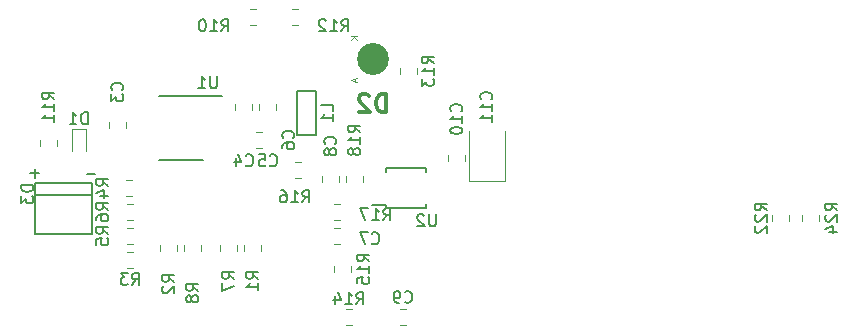
<source format=gbr>
%TF.GenerationSoftware,KiCad,Pcbnew,6.0.4-6f826c9f35~116~ubuntu20.04.1*%
%TF.CreationDate,2022-08-16T16:27:46+00:00*%
%TF.ProjectId,VCAI2C02A,56434149-3243-4303-9241-2e6b69636164,rev?*%
%TF.SameCoordinates,Original*%
%TF.FileFunction,Legend,Bot*%
%TF.FilePolarity,Positive*%
%FSLAX46Y46*%
G04 Gerber Fmt 4.6, Leading zero omitted, Abs format (unit mm)*
G04 Created by KiCad (PCBNEW 6.0.4-6f826c9f35~116~ubuntu20.04.1) date 2022-08-16 16:27:46*
%MOMM*%
%LPD*%
G01*
G04 APERTURE LIST*
%ADD10C,0.150000*%
%ADD11C,0.304800*%
%ADD12C,0.099060*%
%ADD13C,0.120000*%
%ADD14C,2.700000*%
G04 APERTURE END LIST*
D10*
%TO.C,L1*%
X21788380Y-4151333D02*
X21788380Y-3675142D01*
X20788380Y-3675142D01*
X21788380Y-5008476D02*
X21788380Y-4437047D01*
X21788380Y-4722761D02*
X20788380Y-4722761D01*
X20931238Y-4627523D01*
X21026476Y-4532285D01*
X21074095Y-4437047D01*
%TO.C,D3*%
X-3611619Y-10437904D02*
X-4611619Y-10437904D01*
X-4611619Y-10676000D01*
X-4564000Y-10818857D01*
X-4468761Y-10914095D01*
X-4373523Y-10961714D01*
X-4183047Y-11009333D01*
X-4040190Y-11009333D01*
X-3849714Y-10961714D01*
X-3754476Y-10914095D01*
X-3659238Y-10818857D01*
X-3611619Y-10676000D01*
X-3611619Y-10437904D01*
X-4611619Y-11342666D02*
X-4611619Y-11961714D01*
X-4230666Y-11628380D01*
X-4230666Y-11771238D01*
X-4183047Y-11866476D01*
X-4135428Y-11914095D01*
X-4040190Y-11961714D01*
X-3802095Y-11961714D01*
X-3706857Y-11914095D01*
X-3659238Y-11866476D01*
X-3611619Y-11771238D01*
X-3611619Y-11485523D01*
X-3659238Y-11390285D01*
X-3706857Y-11342666D01*
%TO.C,U1*%
X11937904Y-1230380D02*
X11937904Y-2039904D01*
X11890285Y-2135142D01*
X11842666Y-2182761D01*
X11747428Y-2230380D01*
X11556952Y-2230380D01*
X11461714Y-2182761D01*
X11414095Y-2135142D01*
X11366476Y-2039904D01*
X11366476Y-1230380D01*
X10366476Y-2230380D02*
X10937904Y-2230380D01*
X10652190Y-2230380D02*
X10652190Y-1230380D01*
X10747428Y-1373238D01*
X10842666Y-1468476D01*
X10937904Y-1516095D01*
%TO.C,U2*%
X30479904Y-12914380D02*
X30479904Y-13723904D01*
X30432285Y-13819142D01*
X30384666Y-13866761D01*
X30289428Y-13914380D01*
X30098952Y-13914380D01*
X30003714Y-13866761D01*
X29956095Y-13819142D01*
X29908476Y-13723904D01*
X29908476Y-12914380D01*
X29479904Y-13009619D02*
X29432285Y-12962000D01*
X29337047Y-12914380D01*
X29098952Y-12914380D01*
X29003714Y-12962000D01*
X28956095Y-13009619D01*
X28908476Y-13104857D01*
X28908476Y-13200095D01*
X28956095Y-13342952D01*
X29527523Y-13914380D01*
X28908476Y-13914380D01*
%TO.C,C11*%
X35155142Y-3167142D02*
X35202761Y-3119523D01*
X35250380Y-2976666D01*
X35250380Y-2881428D01*
X35202761Y-2738571D01*
X35107523Y-2643333D01*
X35012285Y-2595714D01*
X34821809Y-2548095D01*
X34678952Y-2548095D01*
X34488476Y-2595714D01*
X34393238Y-2643333D01*
X34298000Y-2738571D01*
X34250380Y-2881428D01*
X34250380Y-2976666D01*
X34298000Y-3119523D01*
X34345619Y-3167142D01*
X35250380Y-4119523D02*
X35250380Y-3548095D01*
X35250380Y-3833809D02*
X34250380Y-3833809D01*
X34393238Y-3738571D01*
X34488476Y-3643333D01*
X34536095Y-3548095D01*
X35250380Y-5071904D02*
X35250380Y-4500476D01*
X35250380Y-4786190D02*
X34250380Y-4786190D01*
X34393238Y-4690952D01*
X34488476Y-4595714D01*
X34536095Y-4500476D01*
%TO.C,R1*%
X15438380Y-18375333D02*
X14962190Y-18042000D01*
X15438380Y-17803904D02*
X14438380Y-17803904D01*
X14438380Y-18184857D01*
X14486000Y-18280095D01*
X14533619Y-18327714D01*
X14628857Y-18375333D01*
X14771714Y-18375333D01*
X14866952Y-18327714D01*
X14914571Y-18280095D01*
X14962190Y-18184857D01*
X14962190Y-17803904D01*
X15438380Y-19327714D02*
X15438380Y-18756285D01*
X15438380Y-19042000D02*
X14438380Y-19042000D01*
X14581238Y-18946761D01*
X14676476Y-18851523D01*
X14724095Y-18756285D01*
%TO.C,R2*%
X8326380Y-18629333D02*
X7850190Y-18296000D01*
X8326380Y-18057904D02*
X7326380Y-18057904D01*
X7326380Y-18438857D01*
X7374000Y-18534095D01*
X7421619Y-18581714D01*
X7516857Y-18629333D01*
X7659714Y-18629333D01*
X7754952Y-18581714D01*
X7802571Y-18534095D01*
X7850190Y-18438857D01*
X7850190Y-18057904D01*
X7421619Y-19010285D02*
X7374000Y-19057904D01*
X7326380Y-19153142D01*
X7326380Y-19391238D01*
X7374000Y-19486476D01*
X7421619Y-19534095D01*
X7516857Y-19581714D01*
X7612095Y-19581714D01*
X7754952Y-19534095D01*
X8326380Y-18962666D01*
X8326380Y-19581714D01*
%TO.C,R7*%
X13406380Y-18375333D02*
X12930190Y-18042000D01*
X13406380Y-17803904D02*
X12406380Y-17803904D01*
X12406380Y-18184857D01*
X12454000Y-18280095D01*
X12501619Y-18327714D01*
X12596857Y-18375333D01*
X12739714Y-18375333D01*
X12834952Y-18327714D01*
X12882571Y-18280095D01*
X12930190Y-18184857D01*
X12930190Y-17803904D01*
X12406380Y-18708666D02*
X12406380Y-19375333D01*
X13406380Y-18946761D01*
%TO.C,R8*%
X10358380Y-19391333D02*
X9882190Y-19058000D01*
X10358380Y-18819904D02*
X9358380Y-18819904D01*
X9358380Y-19200857D01*
X9406000Y-19296095D01*
X9453619Y-19343714D01*
X9548857Y-19391333D01*
X9691714Y-19391333D01*
X9786952Y-19343714D01*
X9834571Y-19296095D01*
X9882190Y-19200857D01*
X9882190Y-18819904D01*
X9786952Y-19962761D02*
X9739333Y-19867523D01*
X9691714Y-19819904D01*
X9596476Y-19772285D01*
X9548857Y-19772285D01*
X9453619Y-19819904D01*
X9406000Y-19867523D01*
X9358380Y-19962761D01*
X9358380Y-20153238D01*
X9406000Y-20248476D01*
X9453619Y-20296095D01*
X9548857Y-20343714D01*
X9596476Y-20343714D01*
X9691714Y-20296095D01*
X9739333Y-20248476D01*
X9786952Y-20153238D01*
X9786952Y-19962761D01*
X9834571Y-19867523D01*
X9882190Y-19819904D01*
X9977428Y-19772285D01*
X10167904Y-19772285D01*
X10263142Y-19819904D01*
X10310761Y-19867523D01*
X10358380Y-19962761D01*
X10358380Y-20153238D01*
X10310761Y-20248476D01*
X10263142Y-20296095D01*
X10167904Y-20343714D01*
X9977428Y-20343714D01*
X9882190Y-20296095D01*
X9834571Y-20248476D01*
X9786952Y-20153238D01*
D11*
%TO.C,D2*%
X26270857Y-4245428D02*
X26270857Y-2721428D01*
X25908000Y-2721428D01*
X25690285Y-2794000D01*
X25545142Y-2939142D01*
X25472571Y-3084285D01*
X25400000Y-3374571D01*
X25400000Y-3592285D01*
X25472571Y-3882571D01*
X25545142Y-4027714D01*
X25690285Y-4172857D01*
X25908000Y-4245428D01*
X26270857Y-4245428D01*
X24819428Y-2866571D02*
X24746857Y-2794000D01*
X24601714Y-2721428D01*
X24238857Y-2721428D01*
X24093714Y-2794000D01*
X24021142Y-2866571D01*
X23948571Y-3011714D01*
X23948571Y-3156857D01*
X24021142Y-3374571D01*
X24892000Y-4245428D01*
X23948571Y-4245428D01*
D12*
X23679996Y-1427721D02*
X23679996Y-1665998D01*
X23822962Y-1380066D02*
X23322582Y-1546860D01*
X23822962Y-1713653D01*
X23822962Y2185911D02*
X23322582Y2185911D01*
X23822962Y1899980D02*
X23537030Y2114429D01*
X23322582Y1899980D02*
X23608513Y2185911D01*
D10*
%TO.C,D1*%
X992095Y-5278380D02*
X992095Y-4278380D01*
X754000Y-4278380D01*
X611142Y-4326000D01*
X515904Y-4421238D01*
X468285Y-4516476D01*
X420666Y-4706952D01*
X420666Y-4849809D01*
X468285Y-5040285D01*
X515904Y-5135523D01*
X611142Y-5230761D01*
X754000Y-5278380D01*
X992095Y-5278380D01*
X-531714Y-5278380D02*
X39714Y-5278380D01*
X-245999Y-5278380D02*
X-245999Y-4278380D01*
X-150761Y-4421238D01*
X-55523Y-4516476D01*
X39714Y-4564095D01*
%TO.C,C3*%
X3913142Y-2373333D02*
X3960761Y-2325714D01*
X4008380Y-2182857D01*
X4008380Y-2087619D01*
X3960761Y-1944761D01*
X3865523Y-1849523D01*
X3770285Y-1801904D01*
X3579809Y-1754285D01*
X3436952Y-1754285D01*
X3246476Y-1801904D01*
X3151238Y-1849523D01*
X3056000Y-1944761D01*
X3008380Y-2087619D01*
X3008380Y-2182857D01*
X3056000Y-2325714D01*
X3103619Y-2373333D01*
X3008380Y-2706666D02*
X3008380Y-3325714D01*
X3389333Y-2992380D01*
X3389333Y-3135238D01*
X3436952Y-3230476D01*
X3484571Y-3278095D01*
X3579809Y-3325714D01*
X3817904Y-3325714D01*
X3913142Y-3278095D01*
X3960761Y-3230476D01*
X4008380Y-3135238D01*
X4008380Y-2849523D01*
X3960761Y-2754285D01*
X3913142Y-2706666D01*
%TO.C,C4*%
X14390666Y-8739142D02*
X14438285Y-8786761D01*
X14581142Y-8834380D01*
X14676380Y-8834380D01*
X14819238Y-8786761D01*
X14914476Y-8691523D01*
X14962095Y-8596285D01*
X15009714Y-8405809D01*
X15009714Y-8262952D01*
X14962095Y-8072476D01*
X14914476Y-7977238D01*
X14819238Y-7882000D01*
X14676380Y-7834380D01*
X14581142Y-7834380D01*
X14438285Y-7882000D01*
X14390666Y-7929619D01*
X13533523Y-8167714D02*
X13533523Y-8834380D01*
X13771619Y-7786761D02*
X14009714Y-8501047D01*
X13390666Y-8501047D01*
%TO.C,C5*%
X16422666Y-8739142D02*
X16470285Y-8786761D01*
X16613142Y-8834380D01*
X16708380Y-8834380D01*
X16851238Y-8786761D01*
X16946476Y-8691523D01*
X16994095Y-8596285D01*
X17041714Y-8405809D01*
X17041714Y-8262952D01*
X16994095Y-8072476D01*
X16946476Y-7977238D01*
X16851238Y-7882000D01*
X16708380Y-7834380D01*
X16613142Y-7834380D01*
X16470285Y-7882000D01*
X16422666Y-7929619D01*
X15517904Y-7834380D02*
X15994095Y-7834380D01*
X16041714Y-8310571D01*
X15994095Y-8262952D01*
X15898857Y-8215333D01*
X15660761Y-8215333D01*
X15565523Y-8262952D01*
X15517904Y-8310571D01*
X15470285Y-8405809D01*
X15470285Y-8643904D01*
X15517904Y-8739142D01*
X15565523Y-8786761D01*
X15660761Y-8834380D01*
X15898857Y-8834380D01*
X15994095Y-8786761D01*
X16041714Y-8739142D01*
%TO.C,C6*%
X18391142Y-6437333D02*
X18438761Y-6389714D01*
X18486380Y-6246857D01*
X18486380Y-6151619D01*
X18438761Y-6008761D01*
X18343523Y-5913523D01*
X18248285Y-5865904D01*
X18057809Y-5818285D01*
X17914952Y-5818285D01*
X17724476Y-5865904D01*
X17629238Y-5913523D01*
X17534000Y-6008761D01*
X17486380Y-6151619D01*
X17486380Y-6246857D01*
X17534000Y-6389714D01*
X17581619Y-6437333D01*
X17486380Y-7294476D02*
X17486380Y-7104000D01*
X17534000Y-7008761D01*
X17581619Y-6961142D01*
X17724476Y-6865904D01*
X17914952Y-6818285D01*
X18295904Y-6818285D01*
X18391142Y-6865904D01*
X18438761Y-6913523D01*
X18486380Y-7008761D01*
X18486380Y-7199238D01*
X18438761Y-7294476D01*
X18391142Y-7342095D01*
X18295904Y-7389714D01*
X18057809Y-7389714D01*
X17962571Y-7342095D01*
X17914952Y-7294476D01*
X17867333Y-7199238D01*
X17867333Y-7008761D01*
X17914952Y-6913523D01*
X17962571Y-6865904D01*
X18057809Y-6818285D01*
%TO.C,C7*%
X25058666Y-15343142D02*
X25106285Y-15390761D01*
X25249142Y-15438380D01*
X25344380Y-15438380D01*
X25487238Y-15390761D01*
X25582476Y-15295523D01*
X25630095Y-15200285D01*
X25677714Y-15009809D01*
X25677714Y-14866952D01*
X25630095Y-14676476D01*
X25582476Y-14581238D01*
X25487238Y-14486000D01*
X25344380Y-14438380D01*
X25249142Y-14438380D01*
X25106285Y-14486000D01*
X25058666Y-14533619D01*
X24725333Y-14438380D02*
X24058666Y-14438380D01*
X24487238Y-15438380D01*
%TO.C,C8*%
X21947142Y-6945333D02*
X21994761Y-6897714D01*
X22042380Y-6754857D01*
X22042380Y-6659619D01*
X21994761Y-6516761D01*
X21899523Y-6421523D01*
X21804285Y-6373904D01*
X21613809Y-6326285D01*
X21470952Y-6326285D01*
X21280476Y-6373904D01*
X21185238Y-6421523D01*
X21090000Y-6516761D01*
X21042380Y-6659619D01*
X21042380Y-6754857D01*
X21090000Y-6897714D01*
X21137619Y-6945333D01*
X21470952Y-7516761D02*
X21423333Y-7421523D01*
X21375714Y-7373904D01*
X21280476Y-7326285D01*
X21232857Y-7326285D01*
X21137619Y-7373904D01*
X21090000Y-7421523D01*
X21042380Y-7516761D01*
X21042380Y-7707238D01*
X21090000Y-7802476D01*
X21137619Y-7850095D01*
X21232857Y-7897714D01*
X21280476Y-7897714D01*
X21375714Y-7850095D01*
X21423333Y-7802476D01*
X21470952Y-7707238D01*
X21470952Y-7516761D01*
X21518571Y-7421523D01*
X21566190Y-7373904D01*
X21661428Y-7326285D01*
X21851904Y-7326285D01*
X21947142Y-7373904D01*
X21994761Y-7421523D01*
X22042380Y-7516761D01*
X22042380Y-7707238D01*
X21994761Y-7802476D01*
X21947142Y-7850095D01*
X21851904Y-7897714D01*
X21661428Y-7897714D01*
X21566190Y-7850095D01*
X21518571Y-7802476D01*
X21470952Y-7707238D01*
%TO.C,C9*%
X27852666Y-20297142D02*
X27900285Y-20344761D01*
X28043142Y-20392380D01*
X28138380Y-20392380D01*
X28281238Y-20344761D01*
X28376476Y-20249523D01*
X28424095Y-20154285D01*
X28471714Y-19963809D01*
X28471714Y-19820952D01*
X28424095Y-19630476D01*
X28376476Y-19535238D01*
X28281238Y-19440000D01*
X28138380Y-19392380D01*
X28043142Y-19392380D01*
X27900285Y-19440000D01*
X27852666Y-19487619D01*
X27376476Y-20392380D02*
X27186000Y-20392380D01*
X27090761Y-20344761D01*
X27043142Y-20297142D01*
X26947904Y-20154285D01*
X26900285Y-19963809D01*
X26900285Y-19582857D01*
X26947904Y-19487619D01*
X26995523Y-19440000D01*
X27090761Y-19392380D01*
X27281238Y-19392380D01*
X27376476Y-19440000D01*
X27424095Y-19487619D01*
X27471714Y-19582857D01*
X27471714Y-19820952D01*
X27424095Y-19916190D01*
X27376476Y-19963809D01*
X27281238Y-20011428D01*
X27090761Y-20011428D01*
X26995523Y-19963809D01*
X26947904Y-19916190D01*
X26900285Y-19820952D01*
%TO.C,C10*%
X32615142Y-4183142D02*
X32662761Y-4135523D01*
X32710380Y-3992666D01*
X32710380Y-3897428D01*
X32662761Y-3754571D01*
X32567523Y-3659333D01*
X32472285Y-3611714D01*
X32281809Y-3564095D01*
X32138952Y-3564095D01*
X31948476Y-3611714D01*
X31853238Y-3659333D01*
X31758000Y-3754571D01*
X31710380Y-3897428D01*
X31710380Y-3992666D01*
X31758000Y-4135523D01*
X31805619Y-4183142D01*
X32710380Y-5135523D02*
X32710380Y-4564095D01*
X32710380Y-4849809D02*
X31710380Y-4849809D01*
X31853238Y-4754571D01*
X31948476Y-4659333D01*
X31996095Y-4564095D01*
X31710380Y-5754571D02*
X31710380Y-5849809D01*
X31758000Y-5945047D01*
X31805619Y-5992666D01*
X31900857Y-6040285D01*
X32091333Y-6087904D01*
X32329428Y-6087904D01*
X32519904Y-6040285D01*
X32615142Y-5992666D01*
X32662761Y-5945047D01*
X32710380Y-5849809D01*
X32710380Y-5754571D01*
X32662761Y-5659333D01*
X32615142Y-5611714D01*
X32519904Y-5564095D01*
X32329428Y-5516476D01*
X32091333Y-5516476D01*
X31900857Y-5564095D01*
X31805619Y-5611714D01*
X31758000Y-5659333D01*
X31710380Y-5754571D01*
%TO.C,R3*%
X4738666Y-18866380D02*
X5072000Y-18390190D01*
X5310095Y-18866380D02*
X5310095Y-17866380D01*
X4929142Y-17866380D01*
X4833904Y-17914000D01*
X4786285Y-17961619D01*
X4738666Y-18056857D01*
X4738666Y-18199714D01*
X4786285Y-18294952D01*
X4833904Y-18342571D01*
X4929142Y-18390190D01*
X5310095Y-18390190D01*
X4405333Y-17866380D02*
X3786285Y-17866380D01*
X4119619Y-18247333D01*
X3976761Y-18247333D01*
X3881523Y-18294952D01*
X3833904Y-18342571D01*
X3786285Y-18437809D01*
X3786285Y-18675904D01*
X3833904Y-18771142D01*
X3881523Y-18818761D01*
X3976761Y-18866380D01*
X4262476Y-18866380D01*
X4357714Y-18818761D01*
X4405333Y-18771142D01*
%TO.C,R4*%
X2738380Y-10501333D02*
X2262190Y-10168000D01*
X2738380Y-9929904D02*
X1738380Y-9929904D01*
X1738380Y-10310857D01*
X1786000Y-10406095D01*
X1833619Y-10453714D01*
X1928857Y-10501333D01*
X2071714Y-10501333D01*
X2166952Y-10453714D01*
X2214571Y-10406095D01*
X2262190Y-10310857D01*
X2262190Y-9929904D01*
X2071714Y-11358476D02*
X2738380Y-11358476D01*
X1690761Y-11120380D02*
X2405047Y-10882285D01*
X2405047Y-11501333D01*
%TO.C,R5*%
X2738380Y-14565333D02*
X2262190Y-14232000D01*
X2738380Y-13993904D02*
X1738380Y-13993904D01*
X1738380Y-14374857D01*
X1786000Y-14470095D01*
X1833619Y-14517714D01*
X1928857Y-14565333D01*
X2071714Y-14565333D01*
X2166952Y-14517714D01*
X2214571Y-14470095D01*
X2262190Y-14374857D01*
X2262190Y-13993904D01*
X1738380Y-15470095D02*
X1738380Y-14993904D01*
X2214571Y-14946285D01*
X2166952Y-14993904D01*
X2119333Y-15089142D01*
X2119333Y-15327238D01*
X2166952Y-15422476D01*
X2214571Y-15470095D01*
X2309809Y-15517714D01*
X2547904Y-15517714D01*
X2643142Y-15470095D01*
X2690761Y-15422476D01*
X2738380Y-15327238D01*
X2738380Y-15089142D01*
X2690761Y-14993904D01*
X2643142Y-14946285D01*
%TO.C,R6*%
X2738380Y-12533333D02*
X2262190Y-12200000D01*
X2738380Y-11961904D02*
X1738380Y-11961904D01*
X1738380Y-12342857D01*
X1786000Y-12438095D01*
X1833619Y-12485714D01*
X1928857Y-12533333D01*
X2071714Y-12533333D01*
X2166952Y-12485714D01*
X2214571Y-12438095D01*
X2262190Y-12342857D01*
X2262190Y-11961904D01*
X1738380Y-13390476D02*
X1738380Y-13200000D01*
X1786000Y-13104761D01*
X1833619Y-13057142D01*
X1976476Y-12961904D01*
X2166952Y-12914285D01*
X2547904Y-12914285D01*
X2643142Y-12961904D01*
X2690761Y-13009523D01*
X2738380Y-13104761D01*
X2738380Y-13295238D01*
X2690761Y-13390476D01*
X2643142Y-13438095D01*
X2547904Y-13485714D01*
X2309809Y-13485714D01*
X2214571Y-13438095D01*
X2166952Y-13390476D01*
X2119333Y-13295238D01*
X2119333Y-13104761D01*
X2166952Y-13009523D01*
X2214571Y-12961904D01*
X2309809Y-12914285D01*
%TO.C,R10*%
X12326857Y2595619D02*
X12660190Y3071809D01*
X12898285Y2595619D02*
X12898285Y3595619D01*
X12517333Y3595619D01*
X12422095Y3548000D01*
X12374476Y3500380D01*
X12326857Y3405142D01*
X12326857Y3262285D01*
X12374476Y3167047D01*
X12422095Y3119428D01*
X12517333Y3071809D01*
X12898285Y3071809D01*
X11374476Y2595619D02*
X11945904Y2595619D01*
X11660190Y2595619D02*
X11660190Y3595619D01*
X11755428Y3452761D01*
X11850666Y3357523D01*
X11945904Y3309904D01*
X10755428Y3595619D02*
X10660190Y3595619D01*
X10564952Y3548000D01*
X10517333Y3500380D01*
X10469714Y3405142D01*
X10422095Y3214666D01*
X10422095Y2976571D01*
X10469714Y2786095D01*
X10517333Y2690857D01*
X10564952Y2643238D01*
X10660190Y2595619D01*
X10755428Y2595619D01*
X10850666Y2643238D01*
X10898285Y2690857D01*
X10945904Y2786095D01*
X10993523Y2976571D01*
X10993523Y3214666D01*
X10945904Y3405142D01*
X10898285Y3500380D01*
X10850666Y3548000D01*
X10755428Y3595619D01*
%TO.C,R11*%
X-1833619Y-3167142D02*
X-2309809Y-2833809D01*
X-1833619Y-2595714D02*
X-2833619Y-2595714D01*
X-2833619Y-2976666D01*
X-2786000Y-3071904D01*
X-2738380Y-3119523D01*
X-2643142Y-3167142D01*
X-2500285Y-3167142D01*
X-2405047Y-3119523D01*
X-2357428Y-3071904D01*
X-2309809Y-2976666D01*
X-2309809Y-2595714D01*
X-1833619Y-4119523D02*
X-1833619Y-3548095D01*
X-1833619Y-3833809D02*
X-2833619Y-3833809D01*
X-2690761Y-3738571D01*
X-2595523Y-3643333D01*
X-2547904Y-3548095D01*
X-1833619Y-5071904D02*
X-1833619Y-4500476D01*
X-1833619Y-4786190D02*
X-2833619Y-4786190D01*
X-2690761Y-4690952D01*
X-2595523Y-4595714D01*
X-2547904Y-4500476D01*
%TO.C,R12*%
X22486857Y2595619D02*
X22820190Y3071809D01*
X23058285Y2595619D02*
X23058285Y3595619D01*
X22677333Y3595619D01*
X22582095Y3548000D01*
X22534476Y3500380D01*
X22486857Y3405142D01*
X22486857Y3262285D01*
X22534476Y3167047D01*
X22582095Y3119428D01*
X22677333Y3071809D01*
X23058285Y3071809D01*
X21534476Y2595619D02*
X22105904Y2595619D01*
X21820190Y2595619D02*
X21820190Y3595619D01*
X21915428Y3452761D01*
X22010666Y3357523D01*
X22105904Y3309904D01*
X21153523Y3500380D02*
X21105904Y3548000D01*
X21010666Y3595619D01*
X20772571Y3595619D01*
X20677333Y3548000D01*
X20629714Y3500380D01*
X20582095Y3405142D01*
X20582095Y3309904D01*
X20629714Y3167047D01*
X21201142Y2595619D01*
X20582095Y2595619D01*
%TO.C,R13*%
X30296380Y-119142D02*
X29820190Y214190D01*
X30296380Y452285D02*
X29296380Y452285D01*
X29296380Y71333D01*
X29344000Y-23904D01*
X29391619Y-71523D01*
X29486857Y-119142D01*
X29629714Y-119142D01*
X29724952Y-71523D01*
X29772571Y-23904D01*
X29820190Y71333D01*
X29820190Y452285D01*
X30296380Y-1071523D02*
X30296380Y-500095D01*
X30296380Y-785809D02*
X29296380Y-785809D01*
X29439238Y-690571D01*
X29534476Y-595333D01*
X29582095Y-500095D01*
X29296380Y-1404857D02*
X29296380Y-2023904D01*
X29677333Y-1690571D01*
X29677333Y-1833428D01*
X29724952Y-1928666D01*
X29772571Y-1976285D01*
X29867809Y-2023904D01*
X30105904Y-2023904D01*
X30201142Y-1976285D01*
X30248761Y-1928666D01*
X30296380Y-1833428D01*
X30296380Y-1547714D01*
X30248761Y-1452476D01*
X30201142Y-1404857D01*
%TO.C,R14*%
X23756857Y-20518380D02*
X24090190Y-20042190D01*
X24328285Y-20518380D02*
X24328285Y-19518380D01*
X23947333Y-19518380D01*
X23852095Y-19566000D01*
X23804476Y-19613619D01*
X23756857Y-19708857D01*
X23756857Y-19851714D01*
X23804476Y-19946952D01*
X23852095Y-19994571D01*
X23947333Y-20042190D01*
X24328285Y-20042190D01*
X22804476Y-20518380D02*
X23375904Y-20518380D01*
X23090190Y-20518380D02*
X23090190Y-19518380D01*
X23185428Y-19661238D01*
X23280666Y-19756476D01*
X23375904Y-19804095D01*
X21947333Y-19851714D02*
X21947333Y-20518380D01*
X22185428Y-19470761D02*
X22423523Y-20185047D01*
X21804476Y-20185047D01*
%TO.C,R15*%
X24836380Y-16883142D02*
X24360190Y-16549809D01*
X24836380Y-16311714D02*
X23836380Y-16311714D01*
X23836380Y-16692666D01*
X23884000Y-16787904D01*
X23931619Y-16835523D01*
X24026857Y-16883142D01*
X24169714Y-16883142D01*
X24264952Y-16835523D01*
X24312571Y-16787904D01*
X24360190Y-16692666D01*
X24360190Y-16311714D01*
X24836380Y-17835523D02*
X24836380Y-17264095D01*
X24836380Y-17549809D02*
X23836380Y-17549809D01*
X23979238Y-17454571D01*
X24074476Y-17359333D01*
X24122095Y-17264095D01*
X23836380Y-18740285D02*
X23836380Y-18264095D01*
X24312571Y-18216476D01*
X24264952Y-18264095D01*
X24217333Y-18359333D01*
X24217333Y-18597428D01*
X24264952Y-18692666D01*
X24312571Y-18740285D01*
X24407809Y-18787904D01*
X24645904Y-18787904D01*
X24741142Y-18740285D01*
X24788761Y-18692666D01*
X24836380Y-18597428D01*
X24836380Y-18359333D01*
X24788761Y-18264095D01*
X24741142Y-18216476D01*
%TO.C,R16*%
X19184857Y-11882380D02*
X19518190Y-11406190D01*
X19756285Y-11882380D02*
X19756285Y-10882380D01*
X19375333Y-10882380D01*
X19280095Y-10930000D01*
X19232476Y-10977619D01*
X19184857Y-11072857D01*
X19184857Y-11215714D01*
X19232476Y-11310952D01*
X19280095Y-11358571D01*
X19375333Y-11406190D01*
X19756285Y-11406190D01*
X18232476Y-11882380D02*
X18803904Y-11882380D01*
X18518190Y-11882380D02*
X18518190Y-10882380D01*
X18613428Y-11025238D01*
X18708666Y-11120476D01*
X18803904Y-11168095D01*
X17375333Y-10882380D02*
X17565809Y-10882380D01*
X17661047Y-10930000D01*
X17708666Y-10977619D01*
X17803904Y-11120476D01*
X17851523Y-11310952D01*
X17851523Y-11691904D01*
X17803904Y-11787142D01*
X17756285Y-11834761D01*
X17661047Y-11882380D01*
X17470571Y-11882380D01*
X17375333Y-11834761D01*
X17327714Y-11787142D01*
X17280095Y-11691904D01*
X17280095Y-11453809D01*
X17327714Y-11358571D01*
X17375333Y-11310952D01*
X17470571Y-11263333D01*
X17661047Y-11263333D01*
X17756285Y-11310952D01*
X17803904Y-11358571D01*
X17851523Y-11453809D01*
%TO.C,R17*%
X26042857Y-13406380D02*
X26376190Y-12930190D01*
X26614285Y-13406380D02*
X26614285Y-12406380D01*
X26233333Y-12406380D01*
X26138095Y-12454000D01*
X26090476Y-12501619D01*
X26042857Y-12596857D01*
X26042857Y-12739714D01*
X26090476Y-12834952D01*
X26138095Y-12882571D01*
X26233333Y-12930190D01*
X26614285Y-12930190D01*
X25090476Y-13406380D02*
X25661904Y-13406380D01*
X25376190Y-13406380D02*
X25376190Y-12406380D01*
X25471428Y-12549238D01*
X25566666Y-12644476D01*
X25661904Y-12692095D01*
X24757142Y-12406380D02*
X24090476Y-12406380D01*
X24519047Y-13406380D01*
%TO.C,R18*%
X24074380Y-5961142D02*
X23598190Y-5627809D01*
X24074380Y-5389714D02*
X23074380Y-5389714D01*
X23074380Y-5770666D01*
X23122000Y-5865904D01*
X23169619Y-5913523D01*
X23264857Y-5961142D01*
X23407714Y-5961142D01*
X23502952Y-5913523D01*
X23550571Y-5865904D01*
X23598190Y-5770666D01*
X23598190Y-5389714D01*
X24074380Y-6913523D02*
X24074380Y-6342095D01*
X24074380Y-6627809D02*
X23074380Y-6627809D01*
X23217238Y-6532571D01*
X23312476Y-6437333D01*
X23360095Y-6342095D01*
X23502952Y-7484952D02*
X23455333Y-7389714D01*
X23407714Y-7342095D01*
X23312476Y-7294476D01*
X23264857Y-7294476D01*
X23169619Y-7342095D01*
X23122000Y-7389714D01*
X23074380Y-7484952D01*
X23074380Y-7675428D01*
X23122000Y-7770666D01*
X23169619Y-7818285D01*
X23264857Y-7865904D01*
X23312476Y-7865904D01*
X23407714Y-7818285D01*
X23455333Y-7770666D01*
X23502952Y-7675428D01*
X23502952Y-7484952D01*
X23550571Y-7389714D01*
X23598190Y-7342095D01*
X23693428Y-7294476D01*
X23883904Y-7294476D01*
X23979142Y-7342095D01*
X24026761Y-7389714D01*
X24074380Y-7484952D01*
X24074380Y-7675428D01*
X24026761Y-7770666D01*
X23979142Y-7818285D01*
X23883904Y-7865904D01*
X23693428Y-7865904D01*
X23598190Y-7818285D01*
X23550571Y-7770666D01*
X23502952Y-7675428D01*
%TO.C,R22*%
X58492380Y-12565142D02*
X58016190Y-12231809D01*
X58492380Y-11993714D02*
X57492380Y-11993714D01*
X57492380Y-12374666D01*
X57540000Y-12469904D01*
X57587619Y-12517523D01*
X57682857Y-12565142D01*
X57825714Y-12565142D01*
X57920952Y-12517523D01*
X57968571Y-12469904D01*
X58016190Y-12374666D01*
X58016190Y-11993714D01*
X57587619Y-12946095D02*
X57540000Y-12993714D01*
X57492380Y-13088952D01*
X57492380Y-13327047D01*
X57540000Y-13422285D01*
X57587619Y-13469904D01*
X57682857Y-13517523D01*
X57778095Y-13517523D01*
X57920952Y-13469904D01*
X58492380Y-12898476D01*
X58492380Y-13517523D01*
X57587619Y-13898476D02*
X57540000Y-13946095D01*
X57492380Y-14041333D01*
X57492380Y-14279428D01*
X57540000Y-14374666D01*
X57587619Y-14422285D01*
X57682857Y-14469904D01*
X57778095Y-14469904D01*
X57920952Y-14422285D01*
X58492380Y-13850857D01*
X58492380Y-14469904D01*
%TO.C,R24*%
X64460380Y-12565142D02*
X63984190Y-12231809D01*
X64460380Y-11993714D02*
X63460380Y-11993714D01*
X63460380Y-12374666D01*
X63508000Y-12469904D01*
X63555619Y-12517523D01*
X63650857Y-12565142D01*
X63793714Y-12565142D01*
X63888952Y-12517523D01*
X63936571Y-12469904D01*
X63984190Y-12374666D01*
X63984190Y-11993714D01*
X63555619Y-12946095D02*
X63508000Y-12993714D01*
X63460380Y-13088952D01*
X63460380Y-13327047D01*
X63508000Y-13422285D01*
X63555619Y-13469904D01*
X63650857Y-13517523D01*
X63746095Y-13517523D01*
X63888952Y-13469904D01*
X64460380Y-12898476D01*
X64460380Y-13517523D01*
X63793714Y-14374666D02*
X64460380Y-14374666D01*
X63412761Y-14136571D02*
X64127047Y-13898476D01*
X64127047Y-14517523D01*
%TO.C,L1*%
X18758000Y-2418000D02*
X18758000Y-6218000D01*
X18758000Y-6218000D02*
X20358000Y-6218000D01*
X20358000Y-6218000D02*
X20358000Y-2418000D01*
X20358000Y-2418000D02*
X18758000Y-2418000D01*
%TO.C,D3*%
X1397000Y-10287000D02*
X-3429000Y-10287000D01*
X-3429000Y-10287000D02*
X-3429000Y-14605000D01*
X-3429000Y-14605000D02*
X1397000Y-14605000D01*
X1397000Y-14605000D02*
X1397000Y-10287000D01*
X1619000Y-9446000D02*
X984000Y-9446000D01*
X-3105000Y-9422000D02*
X-3867000Y-9422000D01*
X-3486000Y-9041000D02*
X-3486000Y-9803000D01*
X1384000Y-11246000D02*
X-3442000Y-11246000D01*
%TO.C,U1*%
X12415000Y-2863000D02*
X7031400Y-2863000D01*
X10744300Y-8263000D02*
X7035700Y-8263000D01*
%TO.C,U2*%
X26265000Y-12343000D02*
X26265000Y-12118000D01*
X29615000Y-12343000D02*
X29615000Y-12043000D01*
X29615000Y-8993000D02*
X29615000Y-9293000D01*
X26265000Y-8993000D02*
X26265000Y-9293000D01*
X26265000Y-12343000D02*
X29615000Y-12343000D01*
X26265000Y-8993000D02*
X29615000Y-8993000D01*
X26265000Y-12118000D02*
X25040000Y-12118000D01*
D13*
%TO.C,C11*%
X36308000Y-5870000D02*
X36308000Y-10080000D01*
X36308000Y-10080000D02*
X33288000Y-10080000D01*
X33288000Y-10080000D02*
X33288000Y-5870000D01*
%TO.C,R1*%
X15696000Y-15489422D02*
X15696000Y-16006578D01*
X14276000Y-15489422D02*
X14276000Y-16006578D01*
%TO.C,R2*%
X8584000Y-16006578D02*
X8584000Y-15489422D01*
X7164000Y-16006578D02*
X7164000Y-15489422D01*
%TO.C,R7*%
X13664000Y-15489422D02*
X13664000Y-16006578D01*
X12244000Y-15489422D02*
X12244000Y-16006578D01*
%TO.C,R8*%
X10616000Y-16006578D02*
X10616000Y-15489422D01*
X9196000Y-16006578D02*
X9196000Y-15489422D01*
%TO.C,D1*%
X-346000Y-5708000D02*
X854000Y-5708000D01*
X-346000Y-7558000D02*
X-346000Y-5708000D01*
X854000Y-7558000D02*
X854000Y-5708000D01*
%TO.C,C3*%
X2846000Y-5592578D02*
X2846000Y-5075422D01*
X4266000Y-5592578D02*
X4266000Y-5075422D01*
%TO.C,C4*%
X14934000Y-3551422D02*
X14934000Y-4068578D01*
X13514000Y-3551422D02*
X13514000Y-4068578D01*
%TO.C,C5*%
X15546000Y-3551422D02*
X15546000Y-4068578D01*
X16966000Y-3551422D02*
X16966000Y-4068578D01*
%TO.C,C6*%
X15752578Y-7314000D02*
X15235422Y-7314000D01*
X15752578Y-5894000D02*
X15235422Y-5894000D01*
%TO.C,C7*%
X22356578Y-14022000D02*
X21839422Y-14022000D01*
X22356578Y-15442000D02*
X21839422Y-15442000D01*
%TO.C,C8*%
X22300000Y-9647422D02*
X22300000Y-10164578D01*
X20880000Y-9647422D02*
X20880000Y-10164578D01*
%TO.C,C9*%
X27944578Y-20880000D02*
X27427422Y-20880000D01*
X27944578Y-22300000D02*
X27427422Y-22300000D01*
%TO.C,C10*%
X32968000Y-8386578D02*
X32968000Y-7869422D01*
X31548000Y-8386578D02*
X31548000Y-7869422D01*
%TO.C,R3*%
X4313422Y-16054000D02*
X4830578Y-16054000D01*
X4313422Y-17474000D02*
X4830578Y-17474000D01*
%TO.C,R4*%
X4780588Y-9965708D02*
X4263432Y-9965708D01*
X4780588Y-11385708D02*
X4263432Y-11385708D01*
%TO.C,R5*%
X4313422Y-14022000D02*
X4830578Y-14022000D01*
X4313422Y-15442000D02*
X4830578Y-15442000D01*
%TO.C,R6*%
X4830578Y-11990000D02*
X4313422Y-11990000D01*
X4830578Y-13410000D02*
X4313422Y-13410000D01*
%TO.C,R10*%
X15244578Y3100000D02*
X14727422Y3100000D01*
X15244578Y4520000D02*
X14727422Y4520000D01*
%TO.C,R11*%
X-2996000Y-6599422D02*
X-2996000Y-7116578D01*
X-1576000Y-6599422D02*
X-1576000Y-7116578D01*
%TO.C,R12*%
X18283422Y3100000D02*
X18800578Y3100000D01*
X18283422Y4520000D02*
X18800578Y4520000D01*
%TO.C,R13*%
X28904000Y-1020578D02*
X28904000Y-503422D01*
X27484000Y-1020578D02*
X27484000Y-503422D01*
%TO.C,R14*%
X22855422Y-22300000D02*
X23372578Y-22300000D01*
X22855422Y-20880000D02*
X23372578Y-20880000D01*
%TO.C,R15*%
X21896000Y-17267422D02*
X21896000Y-17784578D01*
X23316000Y-17267422D02*
X23316000Y-17784578D01*
%TO.C,R16*%
X19054578Y-9854000D02*
X18537422Y-9854000D01*
X19054578Y-8434000D02*
X18537422Y-8434000D01*
%TO.C,R17*%
X21839422Y-11990000D02*
X22356578Y-11990000D01*
X21839422Y-13410000D02*
X22356578Y-13410000D01*
%TO.C,R18*%
X22912000Y-10164578D02*
X22912000Y-9647422D01*
X24332000Y-10164578D02*
X24332000Y-9647422D01*
%TO.C,R22*%
X60400000Y-12949422D02*
X60400000Y-13466578D01*
X58980000Y-12949422D02*
X58980000Y-13466578D01*
%TO.C,R24*%
X61520000Y-12949422D02*
X61520000Y-13466578D01*
X62940000Y-12949422D02*
X62940000Y-13466578D01*
%TD*%
D14*
%TO.C,D2*%
X25146000Y254000D03*
%TD*%
M02*

</source>
